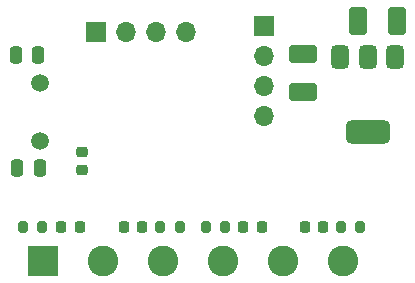
<source format=gbr>
%TF.GenerationSoftware,KiCad,Pcbnew,8.0.7*%
%TF.CreationDate,2025-04-18T18:12:16+03:00*%
%TF.ProjectId,PUBG_KEY,50554247-5f4b-4455-992e-6b696361645f,rev?*%
%TF.SameCoordinates,Original*%
%TF.FileFunction,Soldermask,Bot*%
%TF.FilePolarity,Negative*%
%FSLAX46Y46*%
G04 Gerber Fmt 4.6, Leading zero omitted, Abs format (unit mm)*
G04 Created by KiCad (PCBNEW 8.0.7) date 2025-04-18 18:12:16*
%MOMM*%
%LPD*%
G01*
G04 APERTURE LIST*
G04 Aperture macros list*
%AMRoundRect*
0 Rectangle with rounded corners*
0 $1 Rounding radius*
0 $2 $3 $4 $5 $6 $7 $8 $9 X,Y pos of 4 corners*
0 Add a 4 corners polygon primitive as box body*
4,1,4,$2,$3,$4,$5,$6,$7,$8,$9,$2,$3,0*
0 Add four circle primitives for the rounded corners*
1,1,$1+$1,$2,$3*
1,1,$1+$1,$4,$5*
1,1,$1+$1,$6,$7*
1,1,$1+$1,$8,$9*
0 Add four rect primitives between the rounded corners*
20,1,$1+$1,$2,$3,$4,$5,0*
20,1,$1+$1,$4,$5,$6,$7,0*
20,1,$1+$1,$6,$7,$8,$9,0*
20,1,$1+$1,$8,$9,$2,$3,0*%
G04 Aperture macros list end*
%ADD10R,1.700000X1.700000*%
%ADD11O,1.700000X1.700000*%
%ADD12R,2.600000X2.600000*%
%ADD13C,2.600000*%
%ADD14C,1.500000*%
%ADD15RoundRect,0.250001X0.924999X-0.499999X0.924999X0.499999X-0.924999X0.499999X-0.924999X-0.499999X0*%
%ADD16RoundRect,0.225000X0.225000X0.250000X-0.225000X0.250000X-0.225000X-0.250000X0.225000X-0.250000X0*%
%ADD17RoundRect,0.200000X0.200000X0.275000X-0.200000X0.275000X-0.200000X-0.275000X0.200000X-0.275000X0*%
%ADD18RoundRect,0.250000X-0.250000X-0.475000X0.250000X-0.475000X0.250000X0.475000X-0.250000X0.475000X0*%
%ADD19RoundRect,0.375000X-0.375000X0.625000X-0.375000X-0.625000X0.375000X-0.625000X0.375000X0.625000X0*%
%ADD20RoundRect,0.500000X-1.400000X0.500000X-1.400000X-0.500000X1.400000X-0.500000X1.400000X0.500000X0*%
%ADD21RoundRect,0.250001X0.499999X0.924999X-0.499999X0.924999X-0.499999X-0.924999X0.499999X-0.924999X0*%
%ADD22RoundRect,0.225000X-0.250000X0.225000X-0.250000X-0.225000X0.250000X-0.225000X0.250000X0.225000X0*%
%ADD23RoundRect,0.225000X-0.225000X-0.250000X0.225000X-0.250000X0.225000X0.250000X-0.225000X0.250000X0*%
%ADD24RoundRect,0.200000X-0.200000X-0.275000X0.200000X-0.275000X0.200000X0.275000X-0.200000X0.275000X0*%
G04 APERTURE END LIST*
D10*
%TO.C,USB*%
X80910000Y-70305000D03*
D11*
X80910000Y-72845000D03*
X80910000Y-75385000D03*
X80910000Y-77925000D03*
%TD*%
D12*
%TO.C,J3*%
X62190000Y-90190000D03*
D13*
X67270000Y-90190000D03*
X72350000Y-90190000D03*
X77430000Y-90190000D03*
X82510000Y-90190000D03*
X87590000Y-90190000D03*
%TD*%
D14*
%TO.C,Y1*%
X61950000Y-75150000D03*
X61950000Y-80030000D03*
%TD*%
D10*
%TO.C,Debug*%
X66690000Y-70830000D03*
D11*
X69230000Y-70830000D03*
X71770000Y-70830000D03*
X74310000Y-70830000D03*
%TD*%
D15*
%TO.C,C2*%
X84255000Y-75915000D03*
X84255000Y-72665000D03*
%TD*%
D16*
%TO.C,C10*%
X70625000Y-87330000D03*
X69075000Y-87330000D03*
%TD*%
D17*
%TO.C,R7*%
X77660000Y-87330000D03*
X76010000Y-87330000D03*
%TD*%
D16*
%TO.C,C12*%
X85925000Y-87330000D03*
X84375000Y-87330000D03*
%TD*%
D18*
%TO.C,C6*%
X60060000Y-82330000D03*
X61960000Y-82330000D03*
%TD*%
D19*
%TO.C,U2*%
X87400000Y-72960000D03*
X89700000Y-72960000D03*
D20*
X89700000Y-79260000D03*
D19*
X92000000Y-72960000D03*
%TD*%
D21*
%TO.C,C1*%
X92170000Y-69860000D03*
X88920000Y-69860000D03*
%TD*%
D22*
%TO.C,C8*%
X65520000Y-80960000D03*
X65520000Y-82510000D03*
%TD*%
D23*
%TO.C,C11*%
X79175000Y-87330000D03*
X80725000Y-87330000D03*
%TD*%
D18*
%TO.C,C5*%
X59920000Y-72760000D03*
X61820000Y-72760000D03*
%TD*%
D24*
%TO.C,R6*%
X72135000Y-87330000D03*
X73785000Y-87330000D03*
%TD*%
D23*
%TO.C,C9*%
X63785000Y-87330000D03*
X65335000Y-87330000D03*
%TD*%
D17*
%TO.C,R5*%
X62155000Y-87330000D03*
X60505000Y-87330000D03*
%TD*%
D24*
%TO.C,R8*%
X87420000Y-87330000D03*
X89070000Y-87330000D03*
%TD*%
M02*

</source>
